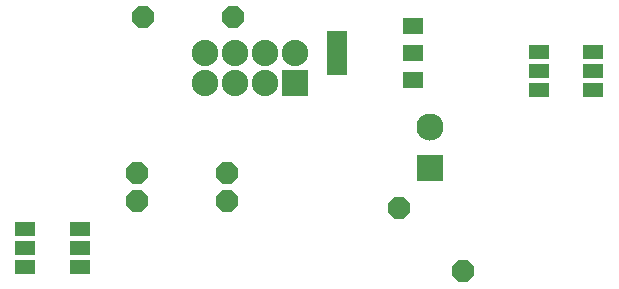
<source format=gbr>
G04 --- HEADER BEGIN --- *
G04 #@! TF.GenerationSoftware,LibrePCB,LibrePCB,0.1.7*
G04 #@! TF.CreationDate,2023-12-20T12:02:32*
G04 #@! TF.ProjectId,CRi-CRi Buzzer,ec579d49-da22-4424-9e15-187340a51fe6,v1*
G04 #@! TF.Part,Single*
G04 #@! TF.SameCoordinates*
G04 #@! TF.FileFunction,Soldermask,Top*
G04 #@! TF.FilePolarity,Negative*
%FSLAX66Y66*%
%MOMM*%
G01*
G75*
G04 --- HEADER END --- *
G04 --- APERTURE LIST BEGIN --- *
%ADD10R,1.8X1.3*%
%AMROTATEDOCTAGON11*4,1,8,0.9128,0.378094,0.378094,0.9128,-0.378094,0.9128,-0.9128,0.378094,-0.9128,-0.378094,-0.378094,-0.9128,0.378094,-0.9128,0.9128,-0.378094,0.9128,0.378094,0.0*%
%ADD11ROTATEDOCTAGON11*%
%ADD12R,2.3X2.3*%
%ADD13C,2.3*%
%ADD14R,1.8X1.4*%
%ADD15R,1.8X3.7*%
%ADD16C,2.24*%
%ADD17R,2.24X2.24*%
G04 --- APERTURE LIST END --- *
G04 --- BOARD BEGIN --- *
D10*
G04 #@! TO.C,LED2*
X-19200000Y-9100000D03*
X-19200000Y-7500000D03*
X-19200000Y-5900000D03*
X-23800000Y-9100000D03*
X-23800000Y-5900000D03*
X-23800000Y-7500000D03*
D11*
G04 #@! TO.C,R4*
X-13810000Y12000000D03*
X-6190000Y12000000D03*
G04 #@! TO.C,R1*
X-6690000Y-3500000D03*
X-14310000Y-3500000D03*
D12*
G04 #@! TO.C,J1*
X10500000Y-750000D03*
D13*
X10500000Y2750000D03*
D14*
G04 #@! TO.C,U1*
X9000000Y6700000D03*
D15*
X2600000Y9000000D03*
D14*
X9000000Y11300000D03*
X9000000Y9000000D03*
D10*
G04 #@! TO.C,LED1*
X19700000Y9100000D03*
X19700000Y7500000D03*
X19700000Y5900000D03*
X24300000Y9100000D03*
X24300000Y5900000D03*
X24300000Y7500000D03*
D11*
G04 #@! TO.C,R3*
X7855923Y-4105923D03*
X13244077Y-9494077D03*
G04 #@! TO.C,R2*
X-6690000Y-1200000D03*
X-14310000Y-1200000D03*
D16*
G04 #@! TO.C,MCU1*
X-3480000Y9000000D03*
X-3480000Y6460000D03*
D17*
X-940000Y6460000D03*
D16*
X-6020000Y9000000D03*
X-6020000Y6460000D03*
X-8560000Y6460000D03*
X-8560000Y9000000D03*
X-940000Y9000000D03*
G04 --- BOARD END --- *
G04 #@! TF.MD5,07b410d2787d0db229f3d64c49717dd5*
M02*

</source>
